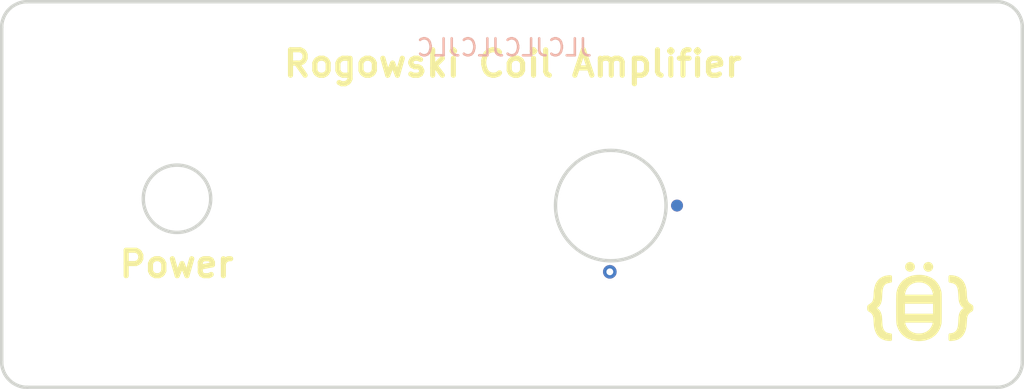
<source format=kicad_pcb>
(kicad_pcb (version 20211014) (generator pcbnew)
  (layers (0 "F.Cu" signal) (31 "B.Cu" signal) (34 "B.Paste" user) (35 "F.Paste" user) (36 "B.SilkS" user "B.Silkscreen") (37 "F.SilkS" user "F.Silkscreen") (38 "B.Mask" user) (39 "F.Mask" user) (44 "Edge.Cuts" user))
  (net 0 "")
  (footprint "wbraun_smd:beefield_logo_small" (layer "F.Cu") (at 134.488381 77.332432)
    (fp_text reference "G***" hide)
    (fp_text value "LOGO" hide)
    (fp_poly (pts (xy 0.084971 -2.449795) (xy 0.224645 -2.43357) (xy 0.35483 -2.4054) (xy 0.480125 -2.364283) (xy 0.605128 -2.309218) (xy 0.608541 -2.307529) (xy 0.709662 -2.253222) (xy 0.795701 -2.197257) (xy 0.872577 -2.135356) (xy 0.944887 -2.064653) (xy 1.043372 -1.946636) (xy 1.124614 -1.819093) (xy 1.189575 -1.680154) (xy 1.239217 -1.52795) (xy 1.255536 -1.4605) (xy 1.259114 -1.443125) (xy 1.262233 -1.42476) (xy 1.264926 -1.403906) (xy 1.267224 -1.379063) (xy 1.269157 -1.348731) (xy 1.270757 -1.311409) (xy 1.272054 -1.265599) (xy 1.27308 -1.2098) (xy 1.273867 -1.142512) (xy 1.274444 -1.062235) (xy 1.274844 -0.96747) (xy 1.275097 -0.856717) (xy 1.275234 -0.728475) (xy 1.275287 -0.581245) (xy 1.275291 -0.508) (xy 1.275264 -0.351487) (xy 1.275163 -0.214645) (xy 1.274958 -0.095982) (xy 1.274617 0.005999) (xy 1.274112 0.092792) (xy 1.27341 0.165892) (xy 1.272483 0.226792) (xy 1.271299 0.276988) (xy 1.269829 0.317974) (xy 1.268041 0.351246) (xy 1.265906 0.378296) (xy 1.263393 0.400621) (xy 1.260471 0.419715) (xy 1.257111 0.437072) (xy 1.255974 0.442342) (xy 1.210619 0.604147) (xy 1.148644 0.754097) (xy 1.07065 0.891375) (xy 0.97724 1.015164) (xy 0.869018 1.124647) (xy 0.746586 1.219006) (xy 0.633988 1.285576) (xy 0.535339 1.331015) (xy 0.42615 1.371518) (xy 0.317014 1.403314) (xy 0.277985 1.412282) (xy 0.241488 1.418606) (xy 0.191689 1.425407) (xy 0.133797 1.432175) (xy 0.073017 1.438397) (xy 0.014559 1.44356) (xy -0.036372 1.447152) (xy -0.074567 1.44866) (xy -0.08885 1.448377) (xy -0.108907 1.44691) (xy -0.144036 1.444265) (xy -0.188209 1.440898) (xy -0.211667 1.439096) (xy -0.381986 1.416528) (xy -0.542765 1.376216) (xy -0.693043 1.318877) (xy -0.831855 1.245227) (xy -0.958238 1.155984) (xy -1.07123 1.051865) (xy -1.169866 0.933586) (xy -1.253184 0.801866) (xy -1.32022 0.65742) (xy -1.341687 0.597959) (xy -1.353277 0.562821) (xy -1.363422 0.530307) (xy -1.372218 0.498803) (xy -1.379762 0.466693) (xy -1.386149 0.432364) (xy -1.391475 0.394202) (xy -1.394913 0.359834) (xy -0.870539 0.359834) (xy -0.863501 0.403849) (xy -0.84592 0.470866) (xy -0.814904 0.54552) (xy -0.773604 0.622299) (xy -0.725171 0.695693) (xy -0.672757 0.76019) (xy -0.64211 0.79104) (xy -0.551955 0.860919) (xy -0.447945 0.918867) (xy -0.33523 0.962274) (xy -0.270847 0.979123) (xy -0.215699 0.987385) (xy -0.146428 0.992239) (xy -0.0698 0.993699) (xy 0.00742 0.991784) (xy 0.078468 0.98651) (xy 0.135383 0.978138) (xy 0.261181 0.94242) (xy 0.375089 0.889329) (xy 0.476666 0.819163) (xy 0.565473 0.732218) (xy 0.63142 0.644059) (xy 0.656106 0.601693) (xy 0.681121 0.551661) (xy 0.704281 0.499214) (xy 0.723406 0.449605) (xy 0.736314 0.408083) (xy 0.740833 0.380695) (xy 0.740451 0.376822) (xy 0.738373 0.37346) (xy 0.733198 0.370573) (xy 0.723525 0.368126) (xy 0.707956 0.366082) (xy 0.685088 0.364405) (xy 0.653523 0.363058) (xy 0.61186 0.362006) (xy 0.558699 0.361212) (xy 0.49264 0.360639) (xy 0.412281 0.360252) (xy 0.316224 0.360014) (xy 0.203068 0.359889) (xy 0.071413 0.359841) (xy -0.064853 0.359834) (xy -0.870539 0.359834) (xy -1.394913 0.359834) (xy -1.395838 0.350592) (xy -1.399332 0.29992) (xy -1.402055 0.240571) (xy -1.404102 0.170933) (xy -1.40557 0.089389) (xy -1.406554 -0.005674) (xy -1.407152 -0.11587) (xy -1.407281 -0.169333) (xy -0.889 -0.169333) (xy 0.762 -0.169333) (xy 0.762 -0.751416) (xy -0.889 -0.751416) (xy -0.889 -0.169333) (xy -1.407281 -0.169333) (xy -1.407458 -0.242813) (xy -1.40757 -0.388119) (xy -1.407584 -0.508) (xy -1.407535 -0.662306) (xy -1.407368 -0.79699) (xy -1.407055 -0.913593) (xy -1.406567 -1.013659) (xy -1.405874 -1.098731) (xy -1.404949 -1.170353) (xy -1.403761 -1.230067) (xy -1.402283 -1.279416) (xy -1.401761 -1.291166) (xy -0.888471 -1.291166) (xy 0.751416 -1.291166) (xy 0.751416 -1.315932) (xy 0.747364 -1.351274) (xy 0.736462 -1.399625) (xy 0.720594 -1.45471) (xy 0.701642 -1.510257) (xy 0.681491 -1.559992) (xy 0.67248 -1.578909) (xy 0.605152 -1.689589) (xy 0.523635 -1.784903) (xy 0.428545 -1.864238) (xy 0.322791 -1.925892) (xy 0.241004 -1.96068) (xy 0.160919 -1.984734) (xy 0.074816 -1.999941) (xy -0.01138 -2.007462) (xy -0.146269 -2.00704) (xy -0.271728 -1.989461) (xy -0.391402 -1.954214) (xy -0.391584 -1.954146) (xy -0.481148 -1.914766) (xy -0.559042 -1.866869) (xy -0.632006 -1.80589) (xy -0.675709 -1.761674) (xy -0.75362 -1.662782) (xy -0.815087 -1.550584) (xy -0.860086 -1.425133) (xy -0.882462 -1.325562) (xy -0.888471 -1.291166) (xy -1.401761 -1.291166) (xy -1.400484 -1.319945) (xy -1.398338 -1.353195) (xy -1.395813 -1.380711) (xy -1.392883 -1.404034) (xy -1.390531 -1.418947) (xy -1.353389 -1.577116) (xy -1.29788 -1.726601) (xy -1.224802 -1.865889) (xy -1.13495 -1.993467) (xy -1.029121 -2.107821) (xy -1.026897 -2.109916) (xy -0.903505 -2.211506) (xy -0.7684 -2.295519) (xy -0.621747 -2.361895) (xy -0.463713 -2.410572) (xy -0.294466 -2.441491) (xy -0.114173 -2.454591) (xy -0.068792 -2.455077)) (layer "F.SilkS") (width 0) (fill solid))
    (fp_poly (pts (xy -1.737598 -2.431172) (xy -1.708246 -2.426685) (xy -1.686382 -2.418876) (xy -1.670911 -2.404913) (xy -1.660736 -2.381962) (xy -1.654762 -2.34719) (xy -1.651892 -2.297764) (xy -1.651031 -2.230851) (xy -1.651 -2.207297) (xy -1.65129 -2.135904) (xy -1.653328 -2.082698) (xy -1.658872 -2.044698) (xy -1.669678 -2.018925) (xy -1.687504 -2.002398) (xy -1.714104 -1.992138) (xy -1.751237 -1.985163) (xy -1.784611 -1.980618) (xy -1.881794 -1.962249) (xy -1.96219 -1.934279) (xy -2.028485 -1.895409) (xy -2.083362 -1.844338) (xy -2.09493 -1.830376) (xy -2.127027 -1.783644) (xy -2.153573 -1.730538) (xy -2.175127 -1.668641) (xy -2.192246 -1.595533) (xy -2.205489 -1.508798) (xy -2.215413 -1.406016) (xy -2.222576 -1.28477) (xy -2.222999 -1.275291) (xy -2.227062 -1.185925) (xy -2.230786 -1.114334) (xy -2.234529 -1.057141) (xy -2.238645 -1.010966) (xy -2.243492 -0.972431) (xy -2.249425 -0.938155) (xy -2.2568 -0.904761) (xy -2.265711 -0.869851) (xy -2.301621 -0.765551) (xy -2.349993 -0.67363) (xy -2.409271 -0.596569) (xy -2.472485 -0.540652) (xy -2.529973 -0.499486) (xy -2.494172 -0.47736) (xy -2.455762 -0.447908) (xy -2.413228 -0.406325) (xy -2.372555 -0.359075) (xy -2.33973 -0.312624) (xy -2.336223 -0.306762) (xy -2.31107 -0.255508) (xy -2.286287 -0.190865) (xy -2.264433 -0.120493) (xy -2.248067 -0.052057) (xy -2.244396 -0.03175) (xy -2.240541 -0.000355) (xy -2.236231 0.047864) (xy -2.231777 0.108579) (xy -2.227489 0.177459) (xy -2.223678 0.250178) (xy -2.222772 0.269875) (xy -2.216406 0.385294) (xy -2.208165 0.482385) (xy -2.197572 0.56394) (xy -2.184148 0.63275) (xy -2.167415 0.691608) (xy -2.146895 0.743307) (xy -2.138812 0.760062) (xy -2.089888 0.837113) (xy -2.029123 0.89709) (xy -1.955599 0.940617) (xy -1.868399 0.96832) (xy -1.82145 0.976176) (xy -1.767879 0.983144) (xy -1.73108 0.988842) (xy -1.706798 0.994409) (xy -1.690777 1.000988) (xy -1.67876 1.009719) (xy -1.671898 1.016269) (xy -1.664125 1.02564) (xy -1.658549 1.038019) (xy -1.654811 1.056781) (xy -1.65255 1.0853) (xy -1.651407 1.12695) (xy -1.651023 1.185108) (xy -1.651 1.212273) (xy -1.651106 1.276952) (xy -1.65172 1.323928) (xy -1.653291 1.356663) (xy -1.656266 1.378621) (xy -1.661093 1.393266) (xy -1.668218 1.404059) (xy -1.676978 1.413356) (xy -1.692424 1.426637) (xy -1.709671 1.434326) (xy -1.734686 1.437793) (xy -1.773437 1.43841) (xy -1.785457 1.438286) (xy -1.83971 1.435875) (xy -1.901009 1.430593) (xy -1.953238 1.423986) (xy -2.090927 1.393475) (xy -2.215093 1.346785) (xy -2.325842 1.283818) (xy -2.423275 1.204478) (xy -2.507497 1.108666) (xy -2.57861 0.996286) (xy -2.636717 0.867239) (xy -2.676905 0.740834) (xy -2.69054 0.686318) (xy -2.70141 0.634299) (xy -2.710046 0.580529) (xy -2.716977 0.520761) (xy -2.722735 0.450749) (xy -2.727847 0.366246) (xy -2.730685 0.309781) (xy -2.734366 0.241204) (xy -2.738579 0.176811) (xy -2.742996 0.120742) (xy -2.747287 0.077137) (xy -2.751123 0.050136) (xy -2.751463 0.048535) (xy -2.779686 -0.045253) (xy -2.819975 -0.123539) (xy -2.874785 -0.189674) (xy -2.946568 -0.247014) (xy -2.985026 -0.270819) (xy -3.033282 -0.300075) (xy -3.066662 -0.32584) (xy -3.088064 -0.353157) (xy -3.100383 -0.387069) (xy -3.106517 -0.43262) (xy -3.109115 -0.486833) (xy -3.109369 -0.552431) (xy -3.10417 -0.601563) (xy -3.091785 -0.638599) (xy -3.070485 -0.667909) (xy -3.038539 -0.693864) (xy -3.02319 -0.703791) (xy -2.949508 -0.751508) (xy -2.892396 -0.793986) (xy -2.848952 -0.834293) (xy -2.816278 -0.875496) (xy -2.791473 -0.920665) (xy -2.773105 -0.968375) (xy -2.756624 -1.032657) (xy -2.743667 -1.113025) (xy -2.734813 -1.204608) (xy -2.73064 -1.302532) (xy -2.730393 -1.328208) (xy -2.725045 -1.446635) (xy -2.710375 -1.569184) (xy -2.687535 -1.69008) (xy -2.657677 -1.803548) (xy -2.621954 -1.903813) (xy -2.610264 -1.930457) (xy -2.544415 -2.049601) (xy -2.464263 -2.153715) (xy -2.370694 -2.242036) (xy -2.264593 -2.313801) (xy -2.146845 -2.368245) (xy -2.076539 -2.390777) (xy -2.019934 -2.403942) (xy -1.954734 -2.415436) (xy -1.887053 -2.424531) (xy -1.823007 -2.430499) (xy -1.768708 -2.43261)) (layer "F.SilkS") (width 0) (fill solid))
    (fp_poly (pts (xy 1.933526 -2.425541) (xy 2.06505 -2.400734) (xy 2.188317 -2.36064) (xy 2.30103 -2.306218) (xy 2.400894 -2.238428) (xy 2.485613 -2.158226) (xy 2.50152 -2.139586) (xy 2.573373 -2.036826) (xy 2.634295 -1.9182) (xy 2.683433 -1.786456) (xy 2.719934 -1.644338) (xy 2.742947 -1.494596) (xy 2.751618 -1.339975) (xy 2.751656 -1.3335) (xy 2.755872 -1.203438) (xy 2.767648 -1.091992) (xy 2.787249 -0.997907) (xy 2.814939 -0.919928) (xy 2.850984 -0.856802) (xy 2.852841 -0.854244) (xy 2.8719 -0.829826) (xy 2.891994 -0.808518) (xy 2.916836 -0.787345) (xy 2.950139 -0.763332) (xy 2.995614 -0.733504) (xy 3.032873 -0.709955) (xy 3.076853 -0.678536) (xy 3.106127 -0.64624) (xy 3.123366 -0.60776) (xy 3.131239 -0.557787) (xy 3.132607 -0.511692) (xy 3.129677 -0.44048) (xy 3.119273 -0.385365) (xy 3.098803 -0.341847) (xy 3.065673 -0.305425) (xy 3.01729 -0.271601) (xy 2.983246 -0.252478) (xy 2.910885 -0.203157) (xy 2.853371 -0.139567) (xy 2.82074 -0.085224) (xy 2.802185 -0.045028) (xy 2.787501 -0.003765) (xy 2.776063 0.042113) (xy 2.767249 0.096154) (xy 2.760435 0.161906) (xy 2.754997 0.242916) (xy 2.75184 0.306917) (xy 2.744213 0.438064) (xy 2.733398 0.551829) (xy 2.718637 0.651855) (xy 2.699175 0.741785) (xy 2.674253 0.825265) (xy 2.643115 0.905937) (xy 2.614456 0.968375) (xy 2.547275 1.08429) (xy 2.466777 1.183781) (xy 2.372939 1.266861) (xy 2.26574 1.333544) (xy 2.145155 1.383845) (xy 2.011163 1.417777) (xy 1.863739 1.435355) (xy 1.850517 1.436099) (xy 1.79779 1.438661) (xy 1.761819 1.439485) (xy 1.738223 1.437955) (xy 1.722621 1.433456) (xy 1.710632 1.425372) (xy 1.699705 1.414918) (xy 1.689562 1.404236) (xy 1.682276 1.393333) (xy 1.677376 1.378726) (xy 1.674388 1.356938) (xy 1.672838 1.324488) (xy 1.672256 1.277897) (xy 1.672166 1.213685) (xy 1.672166 1.212273) (xy 1.672637 1.140254) (xy 1.674708 1.086523) (xy 1.679366 1.048212) (xy 1.6876 1.022451) (xy 1.700397 1.006371) (xy 1.718745 0.997103) (xy 1.743631 0.991778) (xy 1.748305 0.991097) (xy 1.817604 0.980974) (xy 1.870126 0.972204) (xy 1.910134 0.963836) (xy 1.941892 0.95492) (xy 1.969663 0.944504) (xy 1.982393 0.938894) (xy 2.058073 0.893412) (xy 2.11846 0.83339) (xy 2.158668 0.768799) (xy 2.176305 0.729918) (xy 2.191244 0.690209) (xy 2.203863 0.647212) (xy 2.214538 0.598468) (xy 2.223645 0.54152) (xy 2.231562 0.473909) (xy 2.238665 0.393175) (xy 2.24533 0.296861) (xy 2.251935 0.182508) (xy 2.25376 0.148167) (xy 2.259381 0.05806) (xy 2.266005 -0.014108) (xy 2.27401 -0.071555) (xy 2.283774 -0.117497) (xy 2.285888 -0.125292) (xy 2.324206 -0.232763) (xy 2.374165 -0.325825) (xy 2.43466 -0.402734) (xy 2.49389 -0.454352) (xy 2.551616 -0.495689) (xy 2.504422 -0.528159) (xy 2.442476 -0.580337) (xy 2.389015 -0.646772) (xy 2.341447 -0.730716) (xy 2.339125 -0.735541) (xy 2.314349 -0.791034) (xy 2.295136 -0.843863) (xy 2.280556 -0.898521) (xy 2.269677 -0.959504) (xy 2.261568 -1.031304) (xy 2.255298 -1.118416) (xy 2.253633 -1.148291) (xy 2.246928 -1.267375) (xy 2.24026 -1.367778) (xy 2.233243 -1.451981) (xy 2.225494 -1.522467) (xy 2.216629 -1.581716) (xy 2.206265 -1.63221) (xy 2.194017 -1.67643) (xy 2.179503 -1.716859) (xy 2.162338 -1.755977) (xy 2.158382 -1.764214) (xy 2.119714 -1.828384) (xy 2.071096 -1.880224) (xy 2.010333 -1.920993) (xy 1.935232 -1.951952) (xy 1.8436 -1.974361) (xy 1.774025 -1.984951) (xy 1.72435 -1.998154) (xy 1.697296 -2.016492) (xy 1.687908 -2.026733) (xy 1.681206 -2.038038) (xy 1.676739 -2.053922) (xy 1.674053 -2.0779) (xy 1.672698 -2.113489) (xy 1.67222 -2.164204) (xy 1.672166 -2.211916) (xy 1.67228 -2.275593) (xy 1.672931 -2.32163) (xy 1.674588 -2.353554) (xy 1.677717 -2.37489) (xy 1.682783 -2.389165) (xy 1.690256 -2.399906) (xy 1.698143 -2.408189) (xy 1.715301 -2.422455) (xy 1.735151 -2.430333) (xy 1.764418 -2.433604) (xy 1.796039 -2.434104)) (layer "F.SilkS") (width 0) (fill solid))
    (fp_poly (pts (xy -0.515018 -3.202415) (xy -0.443544 -3.171556) (xy -0.385234 -3.126059) (xy -0.341479 -3.068876) (xy -0.313673 -3.002959) (xy -0.303208 -2.931259) (xy -0.311477 -2.856728) (xy -0.328236 -2.806576) (xy -0.365096 -2.745773) (xy -0.416217 -2.696565) (xy -0.477591 -2.660744) (xy -0.545207 -2.640105) (xy -0.615057 -2.636439) (xy -0.67858 -2.649861) (xy -0.751421 -2.685771) (xy -0.808763 -2.735001) (xy -0.849426 -2.795776) (xy -0.872231 -2.866321) (xy -0.875997 -2.944861) (xy -0.875858 -2.946655) (xy -0.861443 -3.020838) (xy -0.829997 -3.083991) (xy -0.782765 -3.137063) (xy -0.717993 -3.183084) (xy -0.64863 -3.208642) (xy -0.575542 -3.213524)) (layer "F.SilkS") (width 0) (fill solid))
    (fp_poly (pts (xy 0.523256 -3.209209) (xy 0.592596 -3.190144) (xy 0.656459 -3.153507) (xy 0.702843 -3.109739) (xy 0.743973 -3.046482) (xy 0.766302 -2.97717) (xy 0.769933 -2.905263) (xy 0.754972 -2.83422) (xy 0.721525 -2.7675) (xy 0.691276 -2.72953) (xy 0.631011 -2.679588) (xy 0.562692 -2.648484) (xy 0.489032 -2.636832) (xy 0.412747 -2.645249) (xy 0.373537 -2.65753) (xy 0.314799 -2.690716) (xy 0.263825 -2.739732) (xy 0.223928 -2.799715) (xy 0.198419 -2.865804) (xy 0.1905 -2.926292) (xy 0.198573 -2.984816) (xy 0.220358 -3.045835) (xy 0.252202 -3.099737) (xy 0.26024 -3.109739) (xy 0.316932 -3.160966) (xy 0.381969 -3.19462) (xy 0.451896 -3.210701)) (layer "F.SilkS") (width 0) (fill solid))
  )
  (gr_circle (center 120.2 70.8) (end 120.45 70.8) (layer "F.Cu") (width 0.2) (fill solid))
  (gr_circle (center 120.2 70.8) (end 120.45 70.8) (layer "B.Cu") (width 0.2) (fill solid))
  (gr_arc (start 140.499999 80.000001) (mid 140.060659 81.060661) (end 138.999999 81.500001) (layer "Edge.Cuts") (width 0.2))
  (gr_arc (start 138.999999 58.800001) (mid 140.060659 59.239341) (end 140.499999 60.300001) (layer "Edge.Cuts") (width 0.2))
  (gr_circle (center 90.805625 70.400001) (end 92.786825 70.400001) (layer "Edge.Cuts") (width 0.2) (fill none))
  (gr_arc (start 80.499999 60.300001) (mid 80.939339 59.239341) (end 81.999999 58.800001) (layer "Edge.Cuts") (width 0.2))
  (gr_line (start 80.499999 60.300001) (end 80.499999 80.000001) (layer "Edge.Cuts") (width 0.2))
  (gr_line (start 138.999999 58.800001) (end 81.999999 58.800001) (layer "Edge.Cuts") (width 0.2))
  (gr_line (start 81.999999 81.500001) (end 138.999999 81.500001) (layer "Edge.Cuts") (width 0.2))
  (gr_circle (center 116.305625 70.800001) (end 119.555625 70.800001) (layer "Edge.Cuts") (width 0.2) (fill none))
  (gr_line (start 140.499999 80.000001) (end 140.499999 60.300001) (layer "Edge.Cuts") (width 0.2))
  (gr_arc (start 81.999999 81.500001) (mid 80.939339 81.060661) (end 80.499999 80.000001) (layer "Edge.Cuts") (width 0.2))
  (gr_text "JLCJLCJLCJLC" (at 110.05 61.5) (layer "B.SilkS") (effects (font (size 1 1)) (justify mirror)))
  (gr_text "Power" (at 94.3 74.25) (layer "F.SilkS") (effects (font (size 1.5 1.5) (thickness 0.3)) (justify right)))
  (gr_text "Rogowski Coil Amplifier" (at 110.55 62.45) (layer "F.SilkS") (effects (font (size 1.5 1.5) (thickness 0.3))))
  (via (at 116.25 74.7) (size 0.8) (drill 0.4) (layers "F.Cu" "B.Cu") (net 0))
)
</source>
